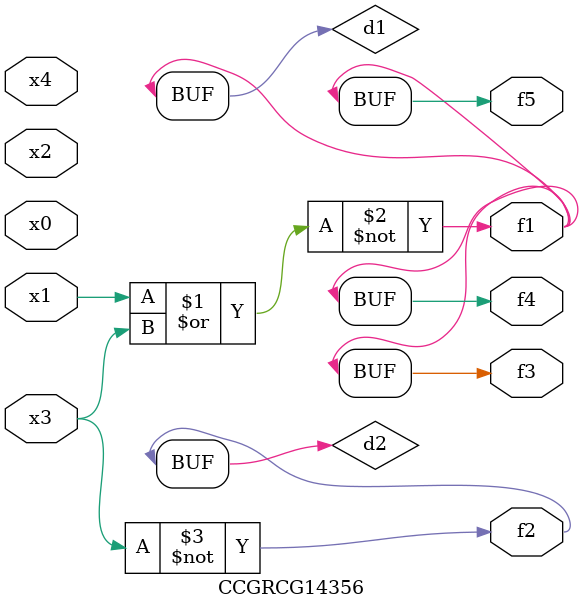
<source format=v>
module CCGRCG14356(
	input x0, x1, x2, x3, x4,
	output f1, f2, f3, f4, f5
);

	wire d1, d2;

	nor (d1, x1, x3);
	not (d2, x3);
	assign f1 = d1;
	assign f2 = d2;
	assign f3 = d1;
	assign f4 = d1;
	assign f5 = d1;
endmodule

</source>
